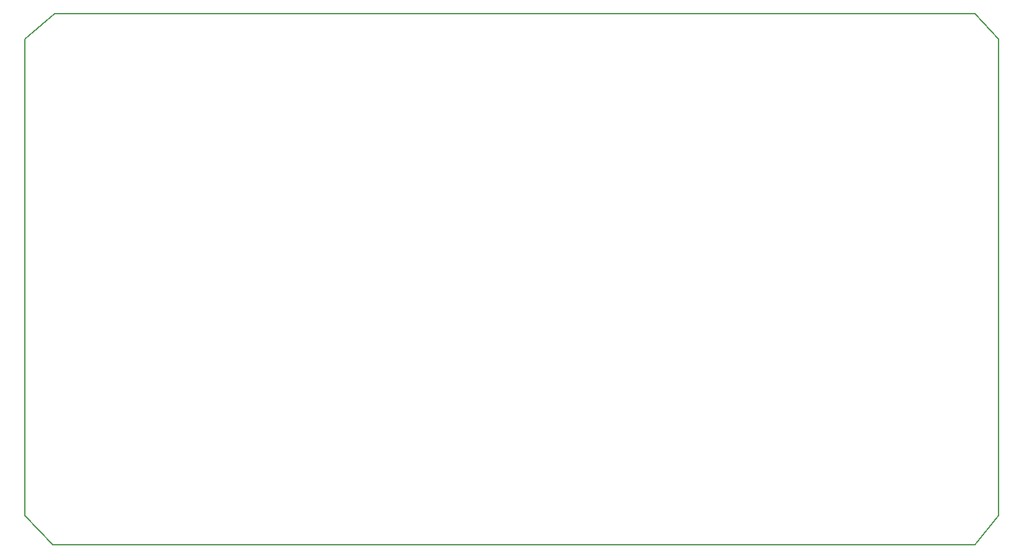
<source format=gm1>
G04 #@! TF.GenerationSoftware,KiCad,Pcbnew,8.0.8*
G04 #@! TF.CreationDate,2025-02-09T14:04:56-05:00*
G04 #@! TF.ProjectId,AetherX_KiCad,41657468-6572-4585-9f4b-694361642e6b,rev?*
G04 #@! TF.SameCoordinates,Original*
G04 #@! TF.FileFunction,Profile,NP*
%FSLAX46Y46*%
G04 Gerber Fmt 4.6, Leading zero omitted, Abs format (unit mm)*
G04 Created by KiCad (PCBNEW 8.0.8) date 2025-02-09 14:04:56*
%MOMM*%
%LPD*%
G01*
G04 APERTURE LIST*
G04 #@! TA.AperFunction,Profile*
%ADD10C,0.200000*%
G04 #@! TD*
G04 APERTURE END LIST*
D10*
X95500000Y-131250000D02*
X99250000Y-135250000D01*
X228250000Y-66250000D02*
X228250000Y-131250000D01*
X225000000Y-62750000D02*
X228250000Y-66250000D01*
X95500000Y-66250000D02*
X95500000Y-131250000D01*
X99250000Y-135250000D02*
X225000000Y-135250000D01*
X99500000Y-62750000D02*
X95500000Y-66250000D01*
X228250000Y-131250000D02*
X225000000Y-135250000D01*
X99500000Y-62750000D02*
X225000000Y-62750000D01*
M02*

</source>
